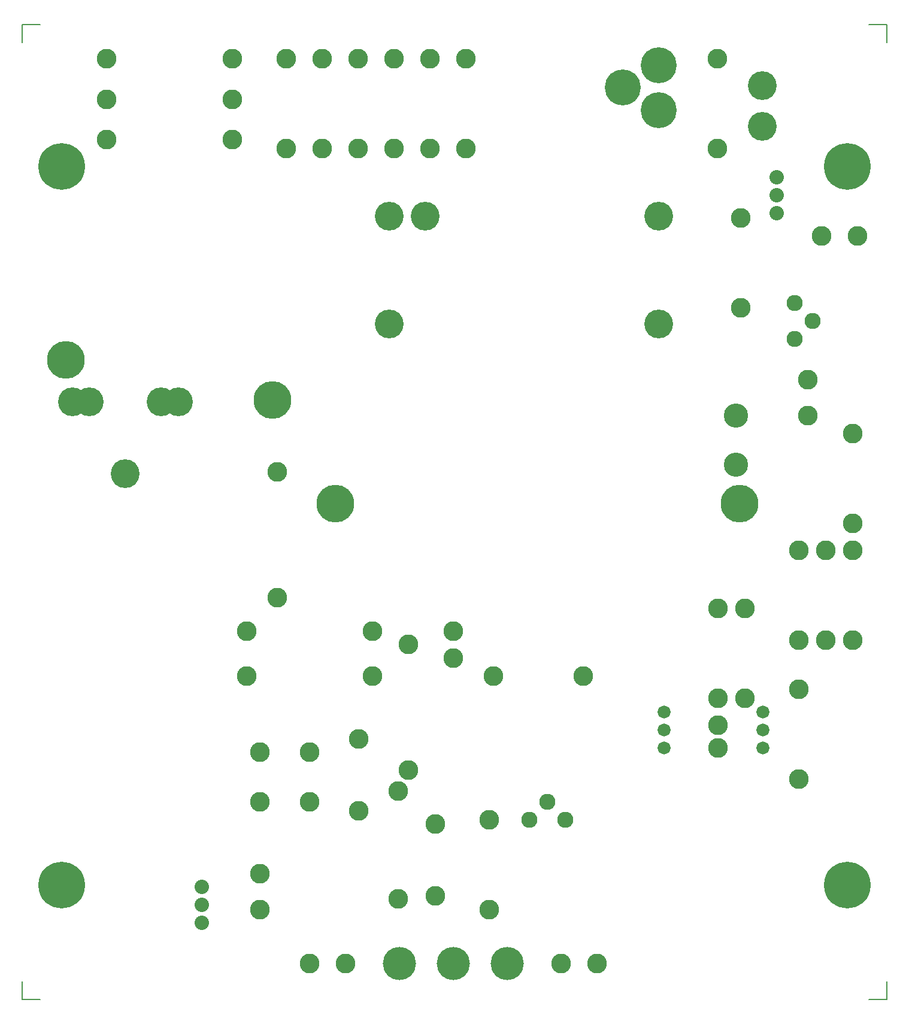
<source format=gbr>
G70*
%FSLAX43Y43*%
G04 Bils Pulser*
%LNKUPFERSEITE2*%
%ADD10C,0.005*%
%ADD11C,0.190*%
%ADD12C,0.100*%
%ADD13C,0.100*%
%ADD14C,0.150*%
%ADD15C,0.080*%
%ADD16C,0.200*%
%ADD17C,0.062*%
%ADD18C,0.080*%
%ADD19C,0.250*%
%ADD20C,0.075*%
%ADD21C,0.050*%
%ADD22C,0.100*%
%ADD23C,0.200*%
%ADD24C,0.010*%
%ADD25C,0.020*%
%ADD26C,0.025*%
%ADD27C,0.012*%
%ADD28C,0.110*%
%ADD29C,0.110*%
%ADD30C,0.160*%
%ADD31C,0.090*%
%ADD32C,0.210*%
%ADD33C,0.072*%
%ADD34C,0.090*%
%ADD35C,0.260*%
%ADD38C,0.185*%
%ADD39C,0.125*%
%ADD40C,0.135*%
%LPD*%
D10*
X2100Y7425D02*
X2000D01*
Y7325*
X6815D02*
Y7425D01*
X6715*
Y2000D02*
X6815D01*
Y2100*
X2000D02*
Y2000D01*
X2100*
D15*
X6200Y6375D03*
Y6475D03*
Y6575D03*
X3000Y2425D03*
Y2525D03*
Y2625D03*
D16*
X5545Y6950D03*
Y7200D03*
X5345Y7075D03*
D28*
X5875Y3525D03*
X5870Y6735D03*
X3420Y4235D03*
Y4935D03*
X6375Y5250D03*
X3600Y3100D03*
X3325D03*
Y3375D03*
X4300Y2975D03*
Y2575D03*
X3325Y2700D03*
Y2500D03*
X5875Y4175D03*
Y3675D03*
X6025Y4175D03*
Y3675D03*
X6325Y4000D03*
Y4500D03*
X6625Y4650D03*
X3470Y6735D03*
X3670D03*
X3870D03*
X4070D03*
X4270D03*
X4470D03*
X3950Y4050D03*
X3250D03*
X3950Y3800D03*
X3250D03*
X4150Y3275D03*
Y3975D03*
X4095Y2560D03*
Y3160D03*
X4600Y3000D03*
Y2500D03*
X3875Y3450D03*
Y3050D03*
X6000Y5850D03*
Y6350D03*
X3600Y2200D03*
X4400Y3900D03*
X4625Y3800D03*
X5125D03*
X6325Y3225D03*
Y3725D03*
X3170Y7235D03*
X2470D03*
X3170Y7010D03*
X2470D03*
Y6785D03*
X3170D03*
X3800Y2200D03*
X6475Y4500D03*
Y4000D03*
X5200Y2200D03*
X6650Y6250D03*
X5000Y2200D03*
X6625Y4000D03*
Y4500D03*
D29*
X5875Y3400D03*
X5870Y7235D03*
X6375Y5450D03*
X3600Y3375D03*
X6625Y5150D03*
X3470Y7235D03*
X3670D03*
X3870D03*
X4070D03*
X4270D03*
X4470D03*
X4400Y4050D03*
X6450Y6250D03*
D30*
X6120Y7085D03*
Y6860D03*
X2870Y5325D03*
X2280D03*
X2575Y4925D03*
X2775Y5325D03*
X2375D03*
X5545Y5760D03*
Y6360D03*
X4245D03*
X4045D03*
Y5760D03*
D31*
X6400Y5775D03*
X6300Y5675D03*
X4925Y3100D03*
X5025Y3000D03*
D32*
X5995Y4760D03*
X3745D03*
X2245Y5560D03*
X3395Y5335D03*
D33*
X6125Y3600D03*
Y3500D03*
Y3400D03*
X5575Y3600D03*
Y3500D03*
Y3400D03*
D34*
X6300Y5875D03*
X4825Y3000D03*
D35*
X2220Y6635D03*
X6595D03*
Y2635D03*
X2220D03*
D38*
X4100Y2200D03*
X4400D03*
X4700D03*
D40*
X5975Y4975D03*
Y5250D03*
X0Y0D02*
M02*

</source>
